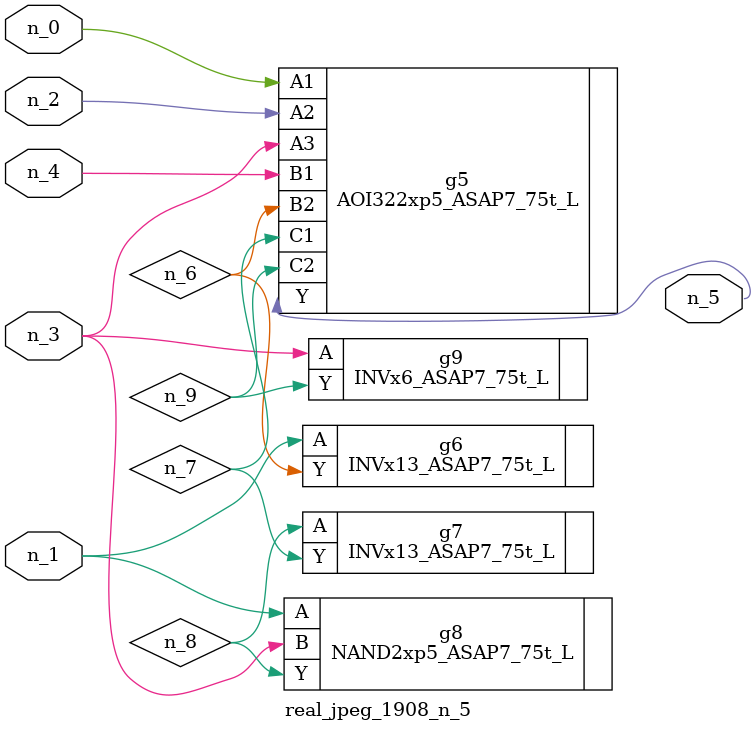
<source format=v>
module real_jpeg_1908_n_5 (n_4, n_0, n_1, n_2, n_3, n_5);

input n_4;
input n_0;
input n_1;
input n_2;
input n_3;

output n_5;

wire n_8;
wire n_6;
wire n_7;
wire n_9;

AOI322xp5_ASAP7_75t_L g5 ( 
.A1(n_0),
.A2(n_2),
.A3(n_3),
.B1(n_4),
.B2(n_6),
.C1(n_7),
.C2(n_9),
.Y(n_5)
);

INVx13_ASAP7_75t_L g6 ( 
.A(n_1),
.Y(n_6)
);

NAND2xp5_ASAP7_75t_L g8 ( 
.A(n_1),
.B(n_3),
.Y(n_8)
);

INVx6_ASAP7_75t_L g9 ( 
.A(n_3),
.Y(n_9)
);

INVx13_ASAP7_75t_L g7 ( 
.A(n_8),
.Y(n_7)
);


endmodule
</source>
